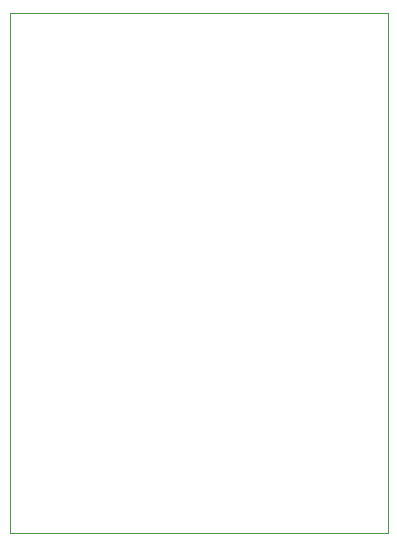
<source format=gbr>
G04 #@! TF.GenerationSoftware,KiCad,Pcbnew,5.1.2*
G04 #@! TF.CreationDate,2019-08-19T21:30:06+02:00*
G04 #@! TF.ProjectId,Battery-Tester,42617474-6572-4792-9d54-65737465722e,rev?*
G04 #@! TF.SameCoordinates,Original*
G04 #@! TF.FileFunction,Profile,NP*
%FSLAX46Y46*%
G04 Gerber Fmt 4.6, Leading zero omitted, Abs format (unit mm)*
G04 Created by KiCad (PCBNEW 5.1.2) date 2019-08-19 21:30:06*
%MOMM*%
%LPD*%
G04 APERTURE LIST*
%ADD10C,0.050000*%
G04 APERTURE END LIST*
D10*
X83000000Y-130000000D02*
X83000000Y-86000000D01*
X115000000Y-130000000D02*
X83000000Y-130000000D01*
X115000000Y-86000000D02*
X115000000Y-130000000D01*
X83000000Y-86000000D02*
X115000000Y-86000000D01*
M02*

</source>
